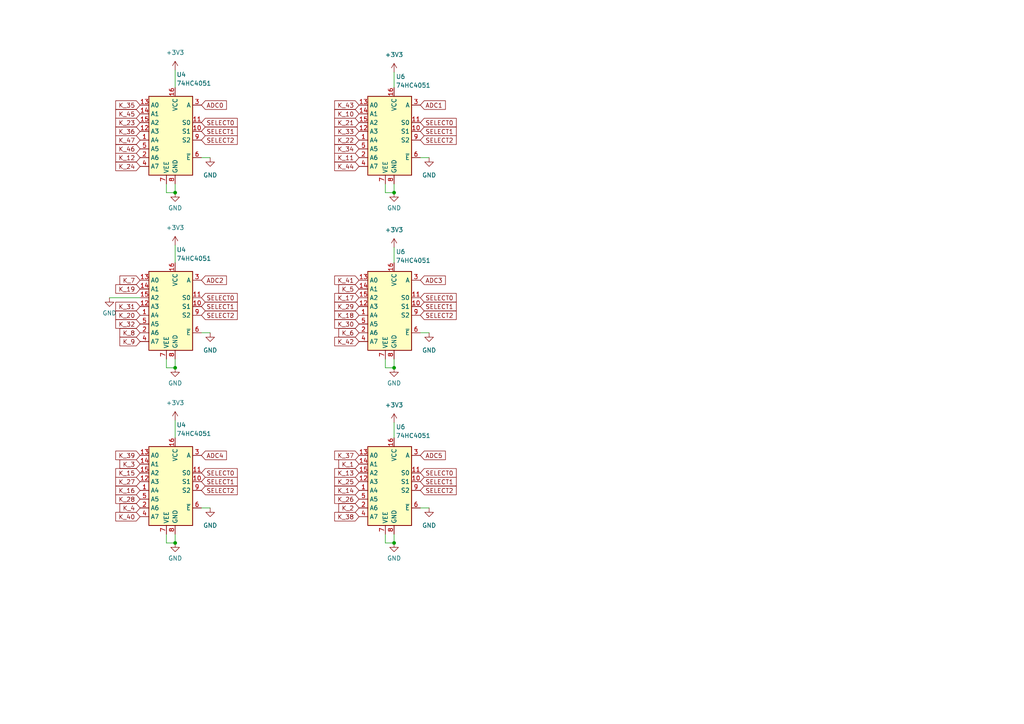
<source format=kicad_sch>
(kicad_sch (version 20230121) (generator eeschema)
  (paper "A4")
  (lib_symbols
    (symbol "74xx:74HC4051"
      (property "Reference" "U" (at -5.08 11.43 0))
      (property "Value" "74HC4051" (at -7.62 -13.97 0))
      (symbol "74HC4051_0_1"
        (rectangle (start -5.08 10.16) (end 7.62 -12.7) (stroke (width 0.254)) (fill (type background)))
      )
      (symbol "74HC4051_1_1"
        (pin passive line (at 10.16 -2.54 180) (length 2.54) (name "A4") (number "1"))
        (pin input line (at -7.62 0 0) (length 2.54) (name "S1") (number "10"))
        (pin input line (at -7.62 2.54 0) (length 2.54) (name "S0") (number "11"))
        (pin passive line (at 10.16 0 180) (length 2.54) (name "A3") (number "12"))
        (pin passive line (at 10.16 7.62 180) (length 2.54) (name "A0") (number "13"))
        (pin passive line (at 10.16 5.08 180) (length 2.54) (name "A1") (number "14"))
        (pin passive line (at 10.16 2.54 180) (length 2.54) (name "A2") (number "15"))
        (pin power_in line (at 0 12.7 270) (length 2.54) (name "VCC") (number "16"))
        (pin passive line (at 10.16 -7.62 180) (length 2.54) (name "A6") (number "2"))
        (pin passive line (at -7.62 7.62 0) (length 2.54) (name "A") (number "3"))
        (pin passive line (at 10.16 -10.16 180) (length 2.54) (name "A7") (number "4"))
        (pin passive line (at 10.16 -5.08 180) (length 2.54) (name "A5") (number "5"))
        (pin input line (at -7.62 -7.62 0) (length 2.54) (name "~{E}") (number "6"))
        (pin power_in line (at 2.54 -15.24 90) (length 2.54) (name "VEE") (number "7"))
        (pin power_in line (at 0 -15.24 90) (length 2.54) (name "GND") (number "8"))
        (pin input line (at -7.62 -2.54 0) (length 2.54) (name "S2") (number "9"))
      )
    )
    (symbol "power:+3V3" (power) (pin_names (offset 0))
      (property "Value" "+3V3" (at 0 3.556 0))
      (symbol "+3V3_0_1"
        (polyline (pts (xy -0.762 1.27) (xy 0 2.54)))
        (polyline (pts (xy 0 0) (xy 0 2.54)))
        (polyline (pts (xy 0 2.54) (xy 0.762 1.27)))
      )
      (symbol "+3V3_1_1"
        (pin power_in line (at 0 0 90) (length 0) hide (name "+3V3") (number "1"))
      )
    )
    (symbol "power:GND" (power) (pin_names (offset 0))
      (property "Value" "GND" (at 0 -3.81 0))
      (symbol "GND_0_1"
        (polyline (pts (xy 0 0) (xy 0 -1.27) (xy 1.27 -1.27) (xy 0 -2.54) (xy -1.27 -1.27) (xy 0 -1.27)))
      )
      (symbol "GND_1_1"
        (pin power_in line (at 0 0 270) (length 0) hide (name "GND") (number "1"))
      )
    )
  )
  (junction (at 114.3 55.88))
  (junction (at 50.8 55.88))
  (junction (at 114.3 157.48))
  (junction (at 50.8 106.68))
  (junction (at 50.8 157.48))
  (junction (at 114.3 106.68))
  (wire (pts (xy 50.8 53.34) (xy 50.8 55.88)))
  (wire (pts (xy 48.26 53.34) (xy 48.26 55.88)))
  (wire (pts (xy 60.96 147.32) (xy 58.42 147.32)))
  (wire (pts (xy 111.76 53.34) (xy 111.76 55.88)))
  (wire (pts (xy 60.96 45.72) (xy 58.42 45.72)))
  (wire (pts (xy 31.75 86.36) (xy 40.64 86.36)))
  (wire (pts (xy 48.26 157.48) (xy 50.8 157.48)))
  (wire (pts (xy 50.8 104.14) (xy 50.8 106.68)))
  (wire (pts (xy 111.76 106.68) (xy 114.3 106.68)))
  (wire (pts (xy 114.3 122.555) (xy 114.3 127)))
  (wire (pts (xy 48.26 154.94) (xy 48.26 157.48)))
  (wire (pts (xy 114.3 53.34) (xy 114.3 55.88)))
  (wire (pts (xy 114.3 71.755) (xy 114.3 76.2)))
  (wire (pts (xy 124.46 96.52) (xy 121.92 96.52)))
  (wire (pts (xy 111.76 157.48) (xy 114.3 157.48)))
  (wire (pts (xy 114.3 20.955) (xy 114.3 25.4)))
  (wire (pts (xy 48.26 106.68) (xy 50.8 106.68)))
  (wire (pts (xy 111.76 55.88) (xy 114.3 55.88)))
  (wire (pts (xy 111.76 154.94) (xy 111.76 157.48)))
  (wire (pts (xy 50.8 71.12) (xy 50.8 76.2)))
  (wire (pts (xy 48.26 104.14) (xy 48.26 106.68)))
  (wire (pts (xy 48.26 55.88) (xy 50.8 55.88)))
  (wire (pts (xy 50.8 20.32) (xy 50.8 25.4)))
  (wire (pts (xy 50.8 121.92) (xy 50.8 127)))
  (wire (pts (xy 124.46 45.72) (xy 121.92 45.72)))
  (wire (pts (xy 114.3 104.14) (xy 114.3 106.68)))
  (wire (pts (xy 111.76 104.14) (xy 111.76 106.68)))
  (wire (pts (xy 114.3 154.94) (xy 114.3 157.48)))
  (wire (pts (xy 50.8 154.94) (xy 50.8 157.48)))
  (wire (pts (xy 124.46 147.32) (xy 121.92 147.32)))
  (wire (pts (xy 60.96 96.52) (xy 58.42 96.52)))
  (global_label "SELECT0" (shape input) (at 121.92 86.36 0) (property "Intersheetrefs" "${INTERSHEET_REFS}" (effects hide)))
  (global_label "K_9" (shape input) (at 40.64 99.06 180) (property "Intersheetrefs" "${INTERSHEET_REFS}" (effects hide)))
  (global_label "K_29" (shape input) (at 104.14 88.9 180) (property "Intersheetrefs" "${INTERSHEET_REFS}" (effects hide)))
  (global_label "ADC4" (shape input) (at 58.42 132.08 0) (property "Intersheetrefs" "${INTERSHEET_REFS}" (effects hide)))
  (global_label "K_31" (shape input) (at 40.64 88.9 180) (property "Intersheetrefs" "${INTERSHEET_REFS}" (effects hide)))
  (global_label "ADC1" (shape input) (at 121.92 30.48 0) (property "Intersheetrefs" "${INTERSHEET_REFS}" (effects hide)))
  (global_label "K_44" (shape input) (at 104.14 48.26 180) (property "Intersheetrefs" "${INTERSHEET_REFS}" (effects hide)))
  (global_label "K_27" (shape input) (at 40.64 139.7 180) (property "Intersheetrefs" "${INTERSHEET_REFS}" (effects hide)))
  (global_label "K_4" (shape input) (at 40.64 147.32 180) (property "Intersheetrefs" "${INTERSHEET_REFS}" (effects hide)))
  (global_label "K_24" (shape input) (at 40.64 48.26 180) (property "Intersheetrefs" "${INTERSHEET_REFS}" (effects hide)))
  (global_label "K_21" (shape input) (at 104.14 35.56 180) (property "Intersheetrefs" "${INTERSHEET_REFS}" (effects hide)))
  (global_label "SELECT1" (shape input) (at 121.92 38.1 0) (property "Intersheetrefs" "${INTERSHEET_REFS}" (effects hide)))
  (global_label "K_41" (shape input) (at 104.14 81.28 180) (property "Intersheetrefs" "${INTERSHEET_REFS}" (effects hide)))
  (global_label "K_39" (shape input) (at 40.64 132.08 180) (property "Intersheetrefs" "${INTERSHEET_REFS}" (effects hide)))
  (global_label "K_25" (shape input) (at 104.14 139.7 180) (property "Intersheetrefs" "${INTERSHEET_REFS}" (effects hide)))
  (global_label "K_47" (shape input) (at 40.64 40.64 180) (property "Intersheetrefs" "${INTERSHEET_REFS}" (effects hide)))
  (global_label "K_23" (shape input) (at 40.64 35.56 180) (property "Intersheetrefs" "${INTERSHEET_REFS}" (effects hide)))
  (global_label "SELECT0" (shape input) (at 121.92 137.16 0) (property "Intersheetrefs" "${INTERSHEET_REFS}" (effects hide)))
  (global_label "K_22" (shape input) (at 104.14 40.64 180) (property "Intersheetrefs" "${INTERSHEET_REFS}" (effects hide)))
  (global_label "SELECT1" (shape input) (at 58.42 38.1 0) (property "Intersheetrefs" "${INTERSHEET_REFS}" (effects hide)))
  (global_label "K_2" (shape input) (at 104.14 147.32 180) (property "Intersheetrefs" "${INTERSHEET_REFS}" (effects hide)))
  (global_label "K_16" (shape input) (at 40.64 142.24 180) (property "Intersheetrefs" "${INTERSHEET_REFS}" (effects hide)))
  (global_label "K_26" (shape input) (at 104.14 144.78 180) (property "Intersheetrefs" "${INTERSHEET_REFS}" (effects hide)))
  (global_label "SELECT2" (shape input) (at 58.42 40.64 0) (property "Intersheetrefs" "${INTERSHEET_REFS}" (effects hide)))
  (global_label "K_43" (shape input) (at 104.14 30.48 180) (property "Intersheetrefs" "${INTERSHEET_REFS}" (effects hide)))
  (global_label "K_30" (shape input) (at 104.14 93.98 180) (property "Intersheetrefs" "${INTERSHEET_REFS}" (effects hide)))
  (global_label "K_45" (shape input) (at 40.64 33.02 180) (property "Intersheetrefs" "${INTERSHEET_REFS}" (effects hide)))
  (global_label "ADC0" (shape input) (at 58.42 30.48 0) (property "Intersheetrefs" "${INTERSHEET_REFS}" (effects hide)))
  (global_label "K_42" (shape input) (at 104.14 99.06 180) (property "Intersheetrefs" "${INTERSHEET_REFS}" (effects hide)))
  (global_label "K_36" (shape input) (at 40.64 38.1 180) (property "Intersheetrefs" "${INTERSHEET_REFS}" (effects hide)))
  (global_label "K_37" (shape input) (at 104.14 132.08 180) (property "Intersheetrefs" "${INTERSHEET_REFS}" (effects hide)))
  (global_label "SELECT2" (shape input) (at 121.92 40.64 0) (property "Intersheetrefs" "${INTERSHEET_REFS}" (effects hide)))
  (global_label "SELECT2" (shape input) (at 121.92 91.44 0) (property "Intersheetrefs" "${INTERSHEET_REFS}" (effects hide)))
  (global_label "K_40" (shape input) (at 40.64 149.86 180) (property "Intersheetrefs" "${INTERSHEET_REFS}" (effects hide)))
  (global_label "K_14" (shape input) (at 104.14 142.24 180) (property "Intersheetrefs" "${INTERSHEET_REFS}" (effects hide)))
  (global_label "K_3" (shape input) (at 40.64 134.62 180) (property "Intersheetrefs" "${INTERSHEET_REFS}" (effects hide)))
  (global_label "K_13" (shape input) (at 104.14 137.16 180) (property "Intersheetrefs" "${INTERSHEET_REFS}" (effects hide)))
  (global_label "K_12" (shape input) (at 40.64 45.72 180) (property "Intersheetrefs" "${INTERSHEET_REFS}" (effects hide)))
  (global_label "K_11" (shape input) (at 104.14 45.72 180) (property "Intersheetrefs" "${INTERSHEET_REFS}" (effects hide)))
  (global_label "ADC2" (shape input) (at 58.42 81.28 0) (property "Intersheetrefs" "${INTERSHEET_REFS}" (effects hide)))
  (global_label "K_32" (shape input) (at 40.64 93.98 180) (property "Intersheetrefs" "${INTERSHEET_REFS}" (effects hide)))
  (global_label "SELECT2" (shape input) (at 121.92 142.24 0) (property "Intersheetrefs" "${INTERSHEET_REFS}" (effects hide)))
  (global_label "K_15" (shape input) (at 40.64 137.16 180) (property "Intersheetrefs" "${INTERSHEET_REFS}" (effects hide)))
  (global_label "K_28" (shape input) (at 40.64 144.78 180) (property "Intersheetrefs" "${INTERSHEET_REFS}" (effects hide)))
  (global_label "SELECT1" (shape input) (at 121.92 88.9 0) (property "Intersheetrefs" "${INTERSHEET_REFS}" (effects hide)))
  (global_label "K_34" (shape input) (at 104.14 43.18 180) (property "Intersheetrefs" "${INTERSHEET_REFS}" (effects hide)))
  (global_label "SELECT0" (shape input) (at 58.42 86.36 0) (property "Intersheetrefs" "${INTERSHEET_REFS}" (effects hide)))
  (global_label "K_33" (shape input) (at 104.14 38.1 180) (property "Intersheetrefs" "${INTERSHEET_REFS}" (effects hide)))
  (global_label "K_19" (shape input) (at 40.64 83.82 180) (property "Intersheetrefs" "${INTERSHEET_REFS}" (effects hide)))
  (global_label "SELECT0" (shape input) (at 121.92 35.56 0) (property "Intersheetrefs" "${INTERSHEET_REFS}" (effects hide)))
  (global_label "K_20" (shape input) (at 40.64 91.44 180) (property "Intersheetrefs" "${INTERSHEET_REFS}" (effects hide)))
  (global_label "SELECT1" (shape input) (at 121.92 139.7 0) (property "Intersheetrefs" "${INTERSHEET_REFS}" (effects hide)))
  (global_label "SELECT0" (shape input) (at 58.42 137.16 0) (property "Intersheetrefs" "${INTERSHEET_REFS}" (effects hide)))
  (global_label "K_1" (shape input) (at 104.14 134.62 180) (property "Intersheetrefs" "${INTERSHEET_REFS}" (effects hide)))
  (global_label "SELECT1" (shape input) (at 58.42 88.9 0) (property "Intersheetrefs" "${INTERSHEET_REFS}" (effects hide)))
  (global_label "ADC5" (shape input) (at 121.92 132.08 0) (property "Intersheetrefs" "${INTERSHEET_REFS}" (effects hide)))
  (global_label "K_17" (shape input) (at 104.14 86.36 180) (property "Intersheetrefs" "${INTERSHEET_REFS}" (effects hide)))
  (global_label "K_46" (shape input) (at 40.64 43.18 180) (property "Intersheetrefs" "${INTERSHEET_REFS}" (effects hide)))
  (global_label "K_18" (shape input) (at 104.14 91.44 180) (property "Intersheetrefs" "${INTERSHEET_REFS}" (effects hide)))
  (global_label "SELECT0" (shape input) (at 58.42 35.56 0) (property "Intersheetrefs" "${INTERSHEET_REFS}" (effects hide)))
  (global_label "K_8" (shape input) (at 40.64 96.52 180) (property "Intersheetrefs" "${INTERSHEET_REFS}" (effects hide)))
  (global_label "K_10" (shape input) (at 104.14 33.02 180) (property "Intersheetrefs" "${INTERSHEET_REFS}" (effects hide)))
  (global_label "K_38" (shape input) (at 104.14 149.86 180) (property "Intersheetrefs" "${INTERSHEET_REFS}" (effects hide)))
  (global_label "SELECT1" (shape input) (at 58.42 139.7 0) (property "Intersheetrefs" "${INTERSHEET_REFS}" (effects hide)))
  (global_label "ADC3" (shape input) (at 121.92 81.28 0) (property "Intersheetrefs" "${INTERSHEET_REFS}" (effects hide)))
  (global_label "K_5" (shape input) (at 104.14 83.82 180) (property "Intersheetrefs" "${INTERSHEET_REFS}" (effects hide)))
  (global_label "K_6" (shape input) (at 104.14 96.52 180) (property "Intersheetrefs" "${INTERSHEET_REFS}" (effects hide)))
  (global_label "K_35" (shape input) (at 40.64 30.48 180) (property "Intersheetrefs" "${INTERSHEET_REFS}" (effects hide)))
  (global_label "K_7" (shape input) (at 40.64 81.28 180) (property "Intersheetrefs" "${INTERSHEET_REFS}" (effects hide)))
  (global_label "SELECT2" (shape input) (at 58.42 142.24 0) (property "Intersheetrefs" "${INTERSHEET_REFS}" (effects hide)))
  (global_label "SELECT2" (shape input) (at 58.42 91.44 0) (property "Intersheetrefs" "${INTERSHEET_REFS}" (effects hide)))
  (symbol (lib_id "74xx:74HC4051") (at 50.8 38.1 0) (mirror y) (unit 1)
    (property "Reference" "U4" (at 51.2016 21.6394 0) (effects (justify right)))
    (property "Value" "74HC4051" (at 51.2016 24.1794 0) (effects (justify right)))
    (property "Footprint" "cipulot_parts:TSSOP16" (effects hide))
    (property "Datasheet" "http://www.ti.com/lit/ds/symlink/cd74hc4051.pdf" (effects hide))
    (instances (project "vanagon topre" (path "" (reference "U4") (unit 1))) (project "Analog" (path "" (reference "U4") (unit 1))) (project "travaulta prototype" (path "" (reference "U4") (unit 1))) (project "vootington" (path "" (reference "U51") (unit 1))))
  )
  (symbol (lib_id "power:GND") (at 60.96 96.52 0) (mirror y) (unit 1)
    (property "Reference" "#PWR04" (effects hide))
    (property "Value" "GND" (at 60.96 101.6 0))
    (instances (project "hall" (path "" (reference "#PWR04") (unit 1))) (project "vootington" (path "" (reference "#PWR065") (unit 1))) (project "daughterboard" (path "" (reference "#PWR08") (unit 1))))
  )
  (symbol (lib_id "power:+3V3") (at 50.8 71.12 0) (unit 1)
    (property "Reference" "#PWR09" (effects hide))
    (property "Value" "+3V3" (at 50.8 66.04 0))
    (instances (project "vanagon topre" (path "" (reference "#PWR09") (unit 1))) (project "Analog" (path "" (reference "#PWR0138") (unit 1))) (project "travaulta prototype" (path "" (reference "#PWR0138") (unit 1))) (project "vootington" (path "" (reference "#PWR062") (unit 1))))
  )
  (symbol (lib_id "power:+3V3") (at 114.3 71.755 0) (unit 1)
    (property "Reference" "#PWR040" (effects hide))
    (property "Value" "+3V3" (at 114.3 66.675 0))
    (instances (project "vanagon topre" (path "" (reference "#PWR040") (unit 1))) (project "Analog" (path "" (reference "#PWR0137") (unit 1))) (project "travaulta prototype" (path "" (reference "#PWR0137") (unit 1))) (project "vootington" (path "" (reference "#PWR063") (unit 1))))
  )
  (symbol (lib_id "74xx:74HC4051") (at 50.8 88.9 0) (mirror y) (unit 1)
    (property "Reference" "U4" (at 51.2016 72.4394 0) (effects (justify right)))
    (property "Value" "74HC4051" (at 51.2016 74.9794 0) (effects (justify right)))
    (property "Footprint" "cipulot_parts:TSSOP16" (effects hide))
    (property "Datasheet" "http://www.ti.com/lit/ds/symlink/cd74hc4051.pdf" (effects hide))
    (instances (project "vanagon topre" (path "" (reference "U4") (unit 1))) (project "Analog" (path "" (reference "U4") (unit 1))) (project "travaulta prototype" (path "" (reference "U4") (unit 1))) (project "vootington" (path "" (reference "U54") (unit 1))))
  )
  (symbol (lib_id "74xx:74HC4051") (at 114.3 139.7 0) (mirror y) (unit 1)
    (property "Reference" "U6" (at 114.8206 123.825 0) (effects (justify right)))
    (property "Value" "74HC4051" (at 114.8206 126.365 0) (effects (justify right)))
    (property "Footprint" "cipulot_parts:TSSOP16" (effects hide))
    (property "Datasheet" "http://www.ti.com/lit/ds/symlink/cd74hc4051.pdf" (effects hide))
    (instances (project "vanagon topre" (path "" (reference "U6") (unit 1))) (project "Analog" (path "" (reference "U3") (unit 1))) (project "travaulta prototype" (path "" (reference "U3") (unit 1))) (project "vootington" (path "" (reference "U57") (unit 1))))
  )
  (symbol (lib_id "power:GND") (at 50.8 157.48 0) (unit 1)
    (property "Reference" "#PWR026" (effects hide))
    (property "Value" "GND" (at 50.8 161.925 0))
    (instances (project "vanagon topre" (path "" (reference "#PWR026") (unit 1))) (project "Analog" (path "" (reference "#PWR0136") (unit 1))) (project "travaulta prototype" (path "" (reference "#PWR0136") (unit 1))) (project "vootington" (path "" (reference "#PWR081") (unit 1))))
  )
  (symbol (lib_id "power:GND") (at 60.96 147.32 0) (mirror y) (unit 1)
    (property "Reference" "#PWR04" (effects hide))
    (property "Value" "GND" (at 60.96 152.4 0))
    (instances (project "hall" (path "" (reference "#PWR04") (unit 1))) (project "vootington" (path "" (reference "#PWR067") (unit 1))) (project "daughterboard" (path "" (reference "#PWR08") (unit 1))))
  )
  (symbol (lib_id "74xx:74HC4051") (at 114.3 88.9 0) (mirror y) (unit 1)
    (property "Reference" "U6" (at 114.8206 73.025 0) (effects (justify right)))
    (property "Value" "74HC4051" (at 114.8206 75.565 0) (effects (justify right)))
    (property "Footprint" "cipulot_parts:TSSOP16" (effects hide))
    (property "Datasheet" "http://www.ti.com/lit/ds/symlink/cd74hc4051.pdf" (effects hide))
    (instances (project "vanagon topre" (path "" (reference "U6") (unit 1))) (project "Analog" (path "" (reference "U3") (unit 1))) (project "travaulta prototype" (path "" (reference "U3") (unit 1))) (project "vootington" (path "" (reference "U55") (unit 1))))
  )
  (symbol (lib_id "power:+3V3") (at 114.3 20.955 0) (unit 1)
    (property "Reference" "#PWR040" (effects hide))
    (property "Value" "+3V3" (at 114.3 15.875 0))
    (instances (project "vanagon topre" (path "" (reference "#PWR040") (unit 1))) (project "Analog" (path "" (reference "#PWR0137") (unit 1))) (project "travaulta prototype" (path "" (reference "#PWR0137") (unit 1))) (project "vootington" (path "" (reference "#PWR055") (unit 1))))
  )
  (symbol (lib_id "power:GND") (at 114.3 55.88 0) (unit 1)
    (property "Reference" "#PWR044" (effects hide))
    (property "Value" "GND" (at 114.3 60.325 0))
    (instances (project "vanagon topre" (path "" (reference "#PWR044") (unit 1))) (project "Analog" (path "" (reference "#PWR0134") (unit 1))) (project "travaulta prototype" (path "" (reference "#PWR0134") (unit 1))) (project "vootington" (path "" (reference "#PWR059") (unit 1))))
  )
  (symbol (lib_id "power:GND") (at 124.46 147.32 0) (mirror y) (unit 1)
    (property "Reference" "#PWR04" (effects hide))
    (property "Value" "GND" (at 124.46 152.4 0))
    (instances (project "hall" (path "" (reference "#PWR04") (unit 1))) (project "vootington" (path "" (reference "#PWR078") (unit 1))) (project "daughterboard" (path "" (reference "#PWR08") (unit 1))))
  )
  (symbol (lib_id "power:GND") (at 60.96 45.72 0) (mirror y) (unit 1)
    (property "Reference" "#PWR04" (effects hide))
    (property "Value" "GND" (at 60.96 50.8 0))
    (instances (project "hall" (path "" (reference "#PWR04") (unit 1))) (project "vootington" (path "" (reference "#PWR021") (unit 1))) (project "daughterboard" (path "" (reference "#PWR08") (unit 1))))
  )
  (symbol (lib_id "power:GND") (at 114.3 157.48 0) (unit 1)
    (property "Reference" "#PWR044" (effects hide))
    (property "Value" "GND" (at 114.3 161.925 0))
    (instances (project "vanagon topre" (path "" (reference "#PWR044") (unit 1))) (project "Analog" (path "" (reference "#PWR0134") (unit 1))) (project "travaulta prototype" (path "" (reference "#PWR0134") (unit 1))) (project "vootington" (path "" (reference "#PWR083") (unit 1))))
  )
  (symbol (lib_id "power:+3V3") (at 50.8 121.92 0) (unit 1)
    (property "Reference" "#PWR09" (effects hide))
    (property "Value" "+3V3" (at 50.8 116.84 0))
    (instances (project "vanagon topre" (path "" (reference "#PWR09") (unit 1))) (project "Analog" (path "" (reference "#PWR0138") (unit 1))) (project "travaulta prototype" (path "" (reference "#PWR0138") (unit 1))) (project "vootington" (path "" (reference "#PWR076") (unit 1))))
  )
  (symbol (lib_id "74xx:74HC4051") (at 114.3 38.1 0) (mirror y) (unit 1)
    (property "Reference" "U6" (at 114.8206 22.225 0) (effects (justify right)))
    (property "Value" "74HC4051" (at 114.8206 24.765 0) (effects (justify right)))
    (property "Footprint" "cipulot_parts:TSSOP16" (effects hide))
    (property "Datasheet" "http://www.ti.com/lit/ds/symlink/cd74hc4051.pdf" (effects hide))
    (instances (project "vanagon topre" (path "" (reference "U6") (unit 1))) (project "Analog" (path "" (reference "U3") (unit 1))) (project "travaulta prototype" (path "" (reference "U3") (unit 1))) (project "vootington" (path "" (reference "U53") (unit 1))))
  )
  (symbol (lib_id "power:GND") (at 124.46 96.52 0) (mirror y) (unit 1)
    (property "Reference" "#PWR04" (effects hide))
    (property "Value" "GND" (at 124.46 101.6 0))
    (instances (project "hall" (path "" (reference "#PWR04") (unit 1))) (project "vootington" (path "" (reference "#PWR057") (unit 1))) (project "daughterboard" (path "" (reference "#PWR08") (unit 1))))
  )
  (symbol (lib_id "power:GND") (at 50.8 55.88 0) (unit 1)
    (property "Reference" "#PWR026" (effects hide))
    (property "Value" "GND" (at 50.8 60.325 0))
    (instances (project "vanagon topre" (path "" (reference "#PWR026") (unit 1))) (project "Analog" (path "" (reference "#PWR0136") (unit 1))) (project "travaulta prototype" (path "" (reference "#PWR0136") (unit 1))) (project "vootington" (path "" (reference "#PWR044") (unit 1))))
  )
  (symbol (lib_id "74xx:74HC4051") (at 50.8 139.7 0) (mirror y) (unit 1)
    (property "Reference" "U4" (at 51.2016 123.2394 0) (effects (justify right)))
    (property "Value" "74HC4051" (at 51.2016 125.7794 0) (effects (justify right)))
    (property "Footprint" "cipulot_parts:TSSOP16" (effects hide))
    (property "Datasheet" "http://www.ti.com/lit/ds/symlink/cd74hc4051.pdf" (effects hide))
    (instances (project "vanagon topre" (path "" (reference "U4") (unit 1))) (project "Analog" (path "" (reference "U4") (unit 1))) (project "travaulta prototype" (path "" (reference "U4") (unit 1))) (project "vootington" (path "" (reference "U56") (unit 1))))
  )
  (symbol (lib_id "power:GND") (at 114.3 106.68 0) (unit 1)
    (property "Reference" "#PWR044" (effects hide))
    (property "Value" "GND" (at 114.3 111.125 0))
    (instances (project "vanagon topre" (path "" (reference "#PWR044") (unit 1))) (project "Analog" (path "" (reference "#PWR0134") (unit 1))) (project "travaulta prototype" (path "" (reference "#PWR0134") (unit 1))) (project "vootington" (path "" (reference "#PWR075") (unit 1))))
  )
  (symbol (lib_id "power:+3V3") (at 114.3 122.555 0) (unit 1)
    (property "Reference" "#PWR040" (effects hide))
    (property "Value" "+3V3" (at 114.3 117.475 0))
    (instances (project "vanagon topre" (path "" (reference "#PWR040") (unit 1))) (project "Analog" (path "" (reference "#PWR0137") (unit 1))) (project "travaulta prototype" (path "" (reference "#PWR0137") (unit 1))) (project "vootington" (path "" (reference "#PWR077") (unit 1))))
  )
  (symbol (lib_id "power:GND") (at 31.75 86.36 0) (unit 1)
    (property "Reference" "#PWR026" (effects hide))
    (property "Value" "GND" (at 31.75 90.805 0))
    (instances (project "vanagon topre" (path "" (reference "#PWR026") (unit 1))) (project "Analog" (path "" (reference "#PWR0136") (unit 1))) (project "travaulta prototype" (path "" (reference "#PWR0136") (unit 1))) (project "vootington" (path "" (reference "#PWR085") (unit 1))))
  )
  (symbol (lib_id "power:GND") (at 124.46 45.72 0) (mirror y) (unit 1)
    (property "Reference" "#PWR04" (effects hide))
    (property "Value" "GND" (at 124.46 50.8 0))
    (instances (project "hall" (path "" (reference "#PWR04") (unit 1))) (project "vootington" (path "" (reference "#PWR040") (unit 1))) (project "daughterboard" (path "" (reference "#PWR08") (unit 1))))
  )
  (symbol (lib_id "power:GND") (at 50.8 106.68 0) (unit 1)
    (property "Reference" "#PWR026" (effects hide))
    (property "Value" "GND" (at 50.8 111.125 0))
    (instances (project "vanagon topre" (path "" (reference "#PWR026") (unit 1))) (project "Analog" (path "" (reference "#PWR0136") (unit 1))) (project "travaulta prototype" (path "" (reference "#PWR0136") (unit 1))) (project "vootington" (path "" (reference "#PWR074") (unit 1))))
  )
  (symbol (lib_id "power:+3V3") (at 50.8 20.32 0) (unit 1)
    (property "Reference" "#PWR09" (effects hide))
    (property "Value" "+3V3" (at 50.8 15.24 0))
    (instances (project "vanagon topre" (path "" (reference "#PWR09") (unit 1))) (project "Analog" (path "" (reference "#PWR0138") (unit 1))) (project "travaulta prototype" (path "" (reference "#PWR0138") (unit 1))) (project "vootington" (path "" (reference "#PWR039") (unit 1))))
  )
)
</source>
